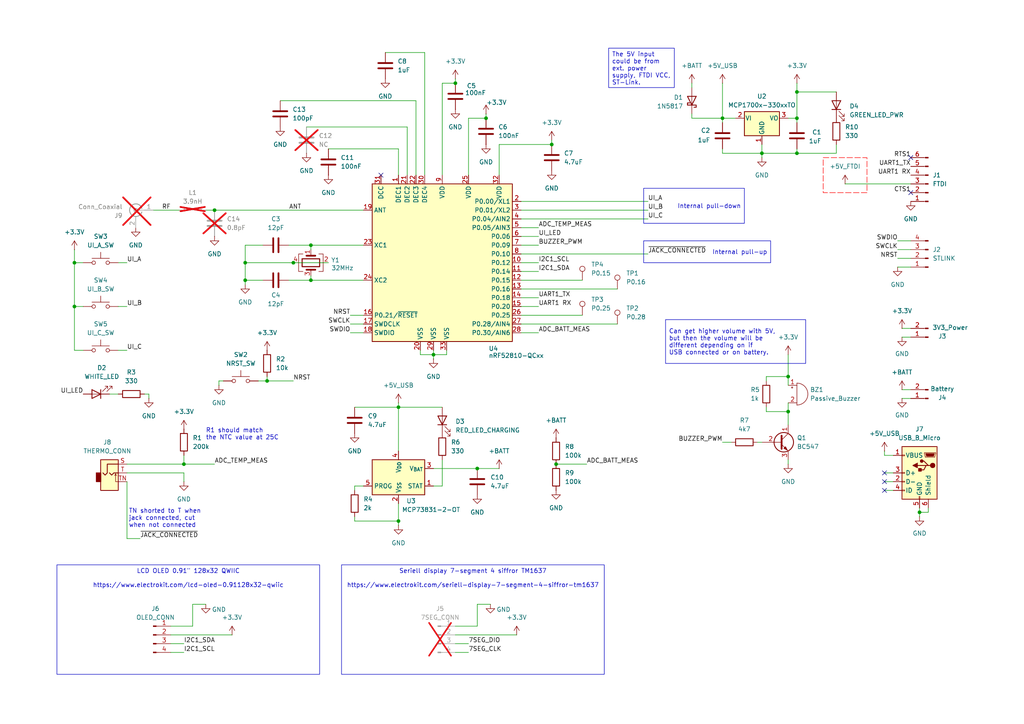
<source format=kicad_sch>
(kicad_sch (version 20231120) (generator "eeschema") (generator_version "8.0")
  (paper "A4")
  (lib_symbols
    (symbol "Battery_Management:MCP73831-2-OT"
      (property "Reference" "U" (at -7.62 6.35 0))
      (property "Value" "MCP73831-2-OT" (at 1.27 6.35 0))
      (symbol "MCP73831-2-OT_1_1"
        (pin tri_state line (at 10.16 -2.54 180) (length 2.54) (name "STAT") (number "1"))
        (pin power_in line (at 0 -7.62 90) (length 2.54) (name "V_{SS}") (number "2"))
        (pin power_out line (at 10.16 2.54 180) (length 2.54) (name "V_{BAT}") (number "3"))
        (pin power_in line (at 0 7.62 270) (length 2.54) (name "V_{DD}") (number "4"))
        (pin input line (at -10.16 -2.54 0) (length 2.54) (name "PROG") (number "5"))
      )
    )
    (symbol "Connector:Conn_01x02_Pin" (pin_names (offset 1.016) hide)
      (property "Reference" "J" (at 0 2.54 0))
      (property "Value" "Conn_01x02_Pin" (at 0 -5.08 0))
      (symbol "Conn_01x02_Pin_1_1"
        (pin passive line (at 5.08 0 180) (length 3.81) (name "Pin_1") (number "1"))
        (pin passive line (at 5.08 -2.54 180) (length 3.81) (name "Pin_2") (number "2"))
      )
    )
    (symbol "Connector:Conn_01x04_Pin" (pin_names (offset 1.016) hide)
      (property "Reference" "J" (at 0 5.08 0))
      (property "Value" "Conn_01x04_Pin" (at 0 -7.62 0))
      (symbol "Conn_01x04_Pin_1_1"
        (pin passive line (at 5.08 2.54 180) (length 3.81) (name "Pin_1") (number "1"))
        (pin passive line (at 5.08 0 180) (length 3.81) (name "Pin_2") (number "2"))
        (pin passive line (at 5.08 -2.54 180) (length 3.81) (name "Pin_3") (number "3"))
        (pin passive line (at 5.08 -5.08 180) (length 3.81) (name "Pin_4") (number "4"))
      )
    )
    (symbol "Connector:Conn_01x06_Pin" (pin_names (offset 1.016) hide)
      (property "Reference" "J" (at 0 7.62 0))
      (property "Value" "Conn_01x06_Pin" (at 0 -10.16 0))
      (symbol "Conn_01x06_Pin_1_1"
        (pin passive line (at 5.08 5.08 180) (length 3.81) (name "Pin_1") (number "1"))
        (pin passive line (at 5.08 2.54 180) (length 3.81) (name "Pin_2") (number "2"))
        (pin passive line (at 5.08 0 180) (length 3.81) (name "Pin_3") (number "3"))
        (pin passive line (at 5.08 -2.54 180) (length 3.81) (name "Pin_4") (number "4"))
        (pin passive line (at 5.08 -5.08 180) (length 3.81) (name "Pin_5") (number "5"))
        (pin passive line (at 5.08 -7.62 180) (length 3.81) (name "Pin_6") (number "6"))
      )
    )
    (symbol "Connector:Conn_Coaxial" (pin_names (offset 1.016) hide)
      (property "Reference" "J" (at 0.254 3.048 0))
      (property "Value" "Conn_Coaxial" (at 2.921 0 90))
      (symbol "Conn_Coaxial_1_1"
        (pin passive line (at -5.08 0 0) (length 2.54) (name "In") (number "1"))
        (pin passive line (at 0 -5.08 90) (length 2.54) (name "Ext") (number "2"))
      )
    )
    (symbol "Connector:TestPoint" (pin_numbers hide) (pin_names (offset 0.762) hide)
      (property "Reference" "TP" (at 0 6.858 0))
      (property "Value" "TestPoint" (at 0 5.08 0))
      (symbol "TestPoint_1_1"
        (pin passive line (at 0 0 90) (length 2.54) (name "1") (number "1"))
      )
    )
    (symbol "Connector:USB_B_Micro" (pin_names (offset 1.016))
      (property "Reference" "J" (at -5.08 11.43 0))
      (property "Value" "USB_B_Micro" (at -5.08 8.89 0))
      (symbol "USB_B_Micro_1_1"
        (pin power_out line (at 7.62 5.08 180) (length 2.54) (name "VBUS") (number "1"))
        (pin bidirectional line (at 7.62 -2.54 180) (length 2.54) (name "D-") (number "2"))
        (pin bidirectional line (at 7.62 0 180) (length 2.54) (name "D+") (number "3"))
        (pin passive line (at 7.62 -5.08 180) (length 2.54) (name "ID") (number "4"))
        (pin power_out line (at 0 -10.16 90) (length 2.54) (name "GND") (number "5"))
        (pin passive line (at -2.54 -10.16 90) (length 2.54) (name "Shield") (number "6"))
      )
    )
    (symbol "Connector_Audio:AudioJack2_SwitchT"
      (property "Reference" "J" (at 0 8.89 0))
      (property "Value" "AudioJack2_SwitchT" (at 0 6.35 0))
      (symbol "AudioJack2_SwitchT_1_1"
        (pin passive line (at 5.08 2.54 180) (length 2.54) (name "~") (number "S"))
        (pin passive line (at 5.08 0 180) (length 2.54) (name "~") (number "T"))
        (pin passive line (at 5.08 -2.54 180) (length 2.54) (name "~") (number "TN"))
      )
    )
    (symbol "Device:Buzzer" (pin_names (offset 0.0254) hide)
      (property "Reference" "BZ" (at 3.81 1.27 0))
      (property "Value" "Buzzer" (at 3.81 -1.27 0))
      (symbol "Buzzer_1_1"
        (pin passive line (at -2.54 2.54 0) (length 2.54) (name "+") (number "1"))
        (pin passive line (at -2.54 -2.54 0) (length 2.54) (name "-") (number "2"))
      )
    )
    (symbol "Device:C" (pin_numbers hide) (pin_names (offset 0.254))
      (property "Reference" "C" (at 0.635 2.54 0))
      (property "Value" "C" (at 0.635 -2.54 0))
      (symbol "C_1_1"
        (pin passive line (at 0 3.81 270) (length 2.794) (name "~") (number "1"))
        (pin passive line (at 0 -3.81 90) (length 2.794) (name "~") (number "2"))
      )
    )
    (symbol "Device:Crystal_GND24" (pin_names (offset 1.016) hide)
      (property "Reference" "Y" (at 3.175 5.08 0))
      (property "Value" "Crystal_GND24" (at 3.175 3.175 0))
      (symbol "Crystal_GND24_1_1"
        (pin passive line (at -3.81 0 0) (length 1.27) (name "1") (number "1"))
        (pin passive line (at 0 5.08 270) (length 1.27) (name "2") (number "2"))
        (pin passive line (at 3.81 0 180) (length 1.27) (name "3") (number "3"))
        (pin passive line (at 0 -5.08 90) (length 1.27) (name "4") (number "4"))
      )
    )
    (symbol "Device:L" (pin_numbers hide) (pin_names (offset 1.016) hide)
      (property "Reference" "L" (at -1.27 0 90))
      (property "Value" "L" (at 1.905 0 90))
      (symbol "L_1_1"
        (pin passive line (at 0 3.81 270) (length 1.27) (name "1") (number "1"))
        (pin passive line (at 0 -3.81 90) (length 1.27) (name "2") (number "2"))
      )
    )
    (symbol "Device:LED" (pin_numbers hide) (pin_names (offset 1.016) hide)
      (property "Reference" "D" (at 0 2.54 0))
      (property "Value" "LED" (at 0 -2.54 0))
      (symbol "LED_1_1"
        (pin passive line (at -3.81 0 0) (length 2.54) (name "K") (number "1"))
        (pin passive line (at 3.81 0 180) (length 2.54) (name "A") (number "2"))
      )
    )
    (symbol "Device:R" (pin_numbers hide) (pin_names (offset 0))
      (property "Reference" "R" (at 2.032 0 90))
      (property "Value" "R" (at 0 0 90))
      (symbol "R_1_1"
        (pin passive line (at 0 3.81 270) (length 1.27) (name "~") (number "1"))
        (pin passive line (at 0 -3.81 90) (length 1.27) (name "~") (number "2"))
      )
    )
    (symbol "Diode:1N5817" (pin_numbers hide) (pin_names (offset 1.016) hide)
      (property "Reference" "D" (at 0 2.54 0))
      (property "Value" "1N5817" (at 0 -2.54 0))
      (symbol "1N5817_1_1"
        (pin passive line (at -3.81 0 0) (length 2.54) (name "K") (number "1"))
        (pin passive line (at 3.81 0 180) (length 2.54) (name "A") (number "2"))
      )
    )
    (symbol "MCU_Nordic:nRF52810-QCxx"
      (property "Reference" "U4" (at 13.462 -24.892 0))
      (property "Value" "nRF52810-QCxx" (at 13.462 -26.924 0))
      (symbol "nRF52810-QCxx_1_1"
        (pin passive line (at -12.7 25.4 270) (length 2.54) (name "DEC1") (number "1"))
        (pin bidirectional line (at 22.86 0 180) (length 2.54) (name "P0.12") (number "10"))
        (pin bidirectional line (at 22.86 -2.54 180) (length 2.54) (name "P0.14") (number "11"))
        (pin bidirectional line (at 22.86 -5.08 180) (length 2.54) (name "P0.15") (number "12"))
        (pin bidirectional line (at 22.86 -7.62 180) (length 2.54) (name "P0.16") (number "13"))
        (pin bidirectional line (at 22.86 -10.16 180) (length 2.54) (name "P0.18") (number "14"))
        (pin bidirectional line (at 22.86 -12.7 180) (length 2.54) (name "P0.20") (number "15"))
        (pin bidirectional line (at -22.86 -15.24 0) (length 2.54) (name "P0.21/~{RESET}") (number "16"))
        (pin input line (at -22.86 -17.78 0) (length 2.54) (name "SWDCLK") (number "17"))
        (pin bidirectional line (at -22.86 -20.32 0) (length 2.54) (name "SWDIO") (number "18"))
        (pin passive line (at -22.86 15.24 0) (length 2.54) (name "ANT") (number "19"))
        (pin bidirectional line (at 22.86 17.78 180) (length 2.54) (name "P0.00/XL1") (number "2"))
        (pin power_in line (at -6.35 -25.4 90) (length 2.54) (name "VSS") (number "20"))
        (pin passive line (at -10.16 25.4 270) (length 2.54) (name "DEC2") (number "21"))
        (pin passive line (at -7.62 25.4 270) (length 2.54) (name "DEC3") (number "22"))
        (pin input line (at -22.86 5.08 0) (length 2.54) (name "XC1") (number "23"))
        (pin input line (at -22.86 -5.08 0) (length 2.54) (name "XC2") (number "24"))
        (pin passive line (at 7.62 25.4 270) (length 2.54) (name "VDD") (number "25"))
        (pin bidirectional line (at 22.86 -15.24 180) (length 2.54) (name "P0.25") (number "26"))
        (pin bidirectional line (at 22.86 -17.78 180) (length 2.54) (name "P0.28/AIN4") (number "27"))
        (pin bidirectional line (at 22.86 -20.32 180) (length 2.54) (name "P0.30/AIN6") (number "28"))
        (pin passive line (at -2.54 -25.4 90) (length 2.54) (name "VSS") (number "29"))
        (pin bidirectional line (at 22.86 15.24 180) (length 2.54) (name "P0.01/XL2") (number "3"))
        (pin passive line (at -5.08 25.4 270) (length 2.54) (name "DEC4") (number "30"))
        (pin power_out line (at -17.78 25.4 270) (length 2.54) (name "DCC") (number "31"))
        (pin passive line (at 16.51 25.4 270) (length 2.54) (name "VDD") (number "32"))
        (pin passive line (at 1.27 -25.4 90) (length 2.54) (name "VSS") (number "33"))
        (pin bidirectional line (at 22.86 12.7 180) (length 2.54) (name "P0.04/AIN2") (number "4"))
        (pin bidirectional line (at 22.86 10.16 180) (length 2.54) (name "P0.05/AIN3") (number "5"))
        (pin bidirectional line (at 22.86 7.62 180) (length 2.54) (name "P0.06") (number "6"))
        (pin bidirectional line (at 22.86 5.08 180) (length 2.54) (name "P0.09") (number "7"))
        (pin bidirectional line (at 22.86 2.54 180) (length 2.54) (name "P0.10") (number "8"))
        (pin power_in line (at 0 25.4 270) (length 2.54) (name "VDD") (number "9"))
      )
    )
    (symbol "Regulator_Linear:MCP1700x-330xxTO" (pin_names (offset 0.254))
      (property "Reference" "U" (at -3.81 -3.175 0))
      (property "Value" "MCP1700x-330xxTO" (at 0 -3.175 0))
      (symbol "MCP1700x-330xxTO_1_1"
        (pin power_in line (at 0 7.62 270) (length 2.54) (name "GND") (number "1"))
        (pin power_in line (at -7.62 0 0) (length 2.54) (name "VI") (number "2"))
        (pin power_out line (at 7.62 0 180) (length 2.54) (name "VO") (number "3"))
      )
    )
    (symbol "Switch:SW_Push" (pin_numbers hide) (pin_names (offset 1.016) hide)
      (property "Reference" "SW" (at 1.27 2.54 0))
      (property "Value" "SW_Push" (at 0 -1.524 0))
      (symbol "SW_Push_0_1"
        (pin passive line (at -5.08 0 0) (length 2.54) (name "1") (number "1"))
        (pin passive line (at 5.08 0 180) (length 2.54) (name "2") (number "2"))
      )
    )
    (symbol "Transistor_BJT:BC547" (pin_names (offset 0) hide)
      (property "Reference" "Q" (at 5.08 1.905 0))
      (property "Value" "BC547" (at 5.08 0 0))
      (symbol "BC547_1_1"
        (pin passive line (at 2.54 5.08 270) (length 2.54) (name "C") (number "1"))
        (pin input line (at -5.08 0 0) (length 5.08) (name "B") (number "2"))
        (pin passive line (at 2.54 -5.08 90) (length 2.54) (name "E") (number "3"))
      )
    )
    (symbol "power:+3.3V" (power) (pin_numbers hide) (pin_names (offset 0) hide)
      (property "Value" "+3.3V" (at 0 3.556 0))
      (symbol "+3.3V_1_1"
        (pin power_in line (at 0 0 90) (length 0) (name "~") (number "1"))
      )
    )
    (symbol "power:+BATT" (power) (pin_numbers hide) (pin_names (offset 0) hide)
      (property "Value" "+BATT" (at 0 3.556 0))
      (symbol "+BATT_1_1"
        (pin power_in line (at 0 0 90) (length 0) (name "~") (number "1"))
      )
    )
    (symbol "power:GND" (power) (pin_numbers hide) (pin_names (offset 0) hide)
      (property "Value" "GND" (at 0 -3.81 0))
      (symbol "GND_1_1"
        (pin power_in line (at 0 0 270) (length 0) (name "~") (number "1"))
      )
    )
  )
  (junction (at 220.98 44.45))
  (junction (at 140.97 34.29))
  (junction (at 160.02 41.91))
  (junction (at 161.29 134.62))
  (junction (at 21.59 76.2))
  (junction (at 90.17 81.28))
  (junction (at 231.14 26.67))
  (junction (at 77.47 110.49))
  (junction (at 228.6 119.38))
  (junction (at 115.57 151.13))
  (junction (at 228.6 109.22))
  (junction (at 71.12 81.28))
  (junction (at 132.08 24.13))
  (junction (at 62.23 60.96))
  (junction (at 231.14 44.45))
  (junction (at 71.12 76.2))
  (junction (at 266.7 148.59))
  (junction (at 53.34 134.62))
  (junction (at 138.43 135.89))
  (junction (at 90.17 71.12))
  (junction (at 21.59 88.9))
  (junction (at 115.57 118.11))
  (junction (at 125.73 102.87))
  (junction (at 231.14 34.29))
  (junction (at 85.09 76.2))
  (junction (at 209.55 34.29))
  (no_connect (at 256.54 142.24))
  (no_connect (at 264.16 55.88))
  (no_connect (at 256.54 137.16))
  (no_connect (at 256.54 139.7))
  (no_connect (at 110.49 50.8))
  (no_connect (at 264.16 45.72))
  (wire (pts (xy 269.24 148.59) (xy 266.7 148.59)))
  (wire (pts (xy 151.13 83.82) (xy 179.07 83.82)))
  (wire (pts (xy 231.14 34.29) (xy 228.6 34.29)))
  (wire (pts (xy 55.88 175.26) (xy 55.88 181.61)))
  (wire (pts (xy 228.6 119.38) (xy 228.6 123.19)))
  (wire (pts (xy 128.27 133.35) (xy 128.27 140.97)))
  (wire (pts (xy 90.17 81.28) (xy 105.41 81.28)))
  (wire (pts (xy 228.6 109.22) (xy 228.6 111.76)))
  (wire (pts (xy 36.83 139.7) (xy 36.83 156.21)))
  (wire (pts (xy 266.7 148.59) (xy 266.7 147.32)))
  (wire (pts (xy 260.35 74.93) (xy 264.16 74.93)))
  (wire (pts (xy 59.69 60.96) (xy 62.23 60.96)))
  (wire (pts (xy 55.88 175.26) (xy 59.69 175.26)))
  (wire (pts (xy 41.91 114.3) (xy 43.18 114.3)))
  (wire (pts (xy 102.87 140.97) (xy 105.41 140.97)))
  (wire (pts (xy 90.17 71.12) (xy 90.17 72.39)))
  (wire (pts (xy 53.34 132.08) (xy 53.34 134.62)))
  (wire (pts (xy 242.57 41.91) (xy 242.57 44.45)))
  (wire (pts (xy 264.16 95.25) (xy 261.62 95.25)))
  (wire (pts (xy 77.47 109.22) (xy 77.47 110.49)))
  (wire (pts (xy 53.34 134.62) (xy 36.83 134.62)))
  (wire (pts (xy 125.73 102.87) (xy 129.54 102.87)))
  (wire (pts (xy 220.98 44.45) (xy 220.98 41.91)))
  (wire (pts (xy 121.92 102.87) (xy 125.73 102.87)))
  (wire (pts (xy 53.34 186.69) (xy 49.53 186.69)))
  (wire (pts (xy 102.87 142.24) (xy 102.87 140.97)))
  (wire (pts (xy 36.83 76.2) (xy 34.29 76.2)))
  (wire (pts (xy 151.13 60.96) (xy 187.96 60.96)))
  (wire (pts (xy 53.34 134.62) (xy 62.23 134.62)))
  (wire (pts (xy 156.21 76.2) (xy 151.13 76.2)))
  (wire (pts (xy 156.21 78.74) (xy 151.13 78.74)))
  (wire (pts (xy 21.59 76.2) (xy 21.59 88.9)))
  (wire (pts (xy 228.6 102.87) (xy 228.6 109.22)))
  (wire (pts (xy 231.14 35.56) (xy 231.14 34.29)))
  (wire (pts (xy 151.13 91.44) (xy 168.91 91.44)))
  (wire (pts (xy 115.57 118.11) (xy 115.57 130.81)))
  (wire (pts (xy 132.08 24.13) (xy 128.27 24.13)))
  (wire (pts (xy 140.97 34.29) (xy 135.89 34.29)))
  (wire (pts (xy 128.27 24.13) (xy 128.27 50.8)))
  (wire (pts (xy 149.86 184.15) (xy 132.08 184.15)))
  (wire (pts (xy 43.18 115.57) (xy 43.18 114.3)))
  (wire (pts (xy 140.97 33.02) (xy 140.97 34.29)))
  (wire (pts (xy 138.43 175.26) (xy 138.43 181.61)))
  (wire (pts (xy 135.89 186.69) (xy 132.08 186.69)))
  (wire (pts (xy 83.82 81.28) (xy 90.17 81.28)))
  (wire (pts (xy 40.64 156.21) (xy 36.83 156.21)))
  (wire (pts (xy 115.57 146.05) (xy 115.57 151.13)))
  (wire (pts (xy 63.5 110.49) (xy 63.5 111.76)))
  (wire (pts (xy 88.9 36.83) (xy 118.11 36.83)))
  (wire (pts (xy 101.6 93.98) (xy 105.41 93.98)))
  (wire (pts (xy 138.43 175.26) (xy 142.24 175.26)))
  (wire (pts (xy 53.34 139.7) (xy 53.34 137.16)))
  (wire (pts (xy 55.88 181.61) (xy 49.53 181.61)))
  (wire (pts (xy 71.12 71.12) (xy 71.12 76.2)))
  (wire (pts (xy 120.65 50.8) (xy 120.65 29.21)))
  (wire (pts (xy 21.59 72.39) (xy 21.59 76.2)))
  (wire (pts (xy 222.25 109.22) (xy 228.6 109.22)))
  (wire (pts (xy 170.18 134.62) (xy 161.29 134.62)))
  (wire (pts (xy 231.14 34.29) (xy 231.14 26.67)))
  (wire (pts (xy 129.54 102.87) (xy 129.54 101.6)))
  (wire (pts (xy 261.62 97.79) (xy 264.16 97.79)))
  (wire (pts (xy 231.14 44.45) (xy 220.98 44.45)))
  (wire (pts (xy 71.12 81.28) (xy 76.2 81.28)))
  (wire (pts (xy 90.17 81.28) (xy 90.17 80.01)))
  (wire (pts (xy 135.89 189.23) (xy 132.08 189.23)))
  (wire (pts (xy 53.34 189.23) (xy 49.53 189.23)))
  (wire (pts (xy 219.71 128.27) (xy 220.98 128.27)))
  (wire (pts (xy 260.35 69.85) (xy 264.16 69.85)))
  (wire (pts (xy 144.78 41.91) (xy 144.78 50.8)))
  (wire (pts (xy 135.89 34.29) (xy 135.89 50.8)))
  (wire (pts (xy 138.43 181.61) (xy 132.08 181.61)))
  (wire (pts (xy 21.59 88.9) (xy 24.13 88.9)))
  (wire (pts (xy 34.29 114.3) (xy 31.75 114.3)))
  (wire (pts (xy 209.55 44.45) (xy 209.55 43.18)))
  (wire (pts (xy 115.57 118.11) (xy 128.27 118.11)))
  (wire (pts (xy 21.59 101.6) (xy 24.13 101.6)))
  (wire (pts (xy 53.34 137.16) (xy 36.83 137.16)))
  (wire (pts (xy 34.29 101.6) (xy 36.83 101.6)))
  (wire (pts (xy 101.6 91.44) (xy 105.41 91.44)))
  (wire (pts (xy 123.19 15.24) (xy 111.76 15.24)))
  (wire (pts (xy 222.25 109.22) (xy 222.25 110.49)))
  (wire (pts (xy 228.6 119.38) (xy 228.6 116.84)))
  (wire (pts (xy 81.28 29.21) (xy 120.65 29.21)))
  (wire (pts (xy 260.35 77.47) (xy 264.16 77.47)))
  (wire (pts (xy 34.29 88.9) (xy 36.83 88.9)))
  (wire (pts (xy 228.6 134.62) (xy 228.6 133.35)))
  (wire (pts (xy 151.13 63.5) (xy 187.96 63.5)))
  (wire (pts (xy 168.91 81.28) (xy 151.13 81.28)))
  (wire (pts (xy 156.21 88.9) (xy 151.13 88.9)))
  (wire (pts (xy 256.54 139.7) (xy 259.08 139.7)))
  (wire (pts (xy 156.21 71.12) (xy 151.13 71.12)))
  (wire (pts (xy 138.43 135.89) (xy 144.78 135.89)))
  (wire (pts (xy 209.55 34.29) (xy 200.66 34.29)))
  (wire (pts (xy 85.09 76.2) (xy 95.25 76.2)))
  (wire (pts (xy 71.12 82.55) (xy 71.12 81.28)))
  (wire (pts (xy 90.17 71.12) (xy 105.41 71.12)))
  (wire (pts (xy 156.21 96.52) (xy 151.13 96.52)))
  (wire (pts (xy 67.31 184.15) (xy 49.53 184.15)))
  (wire (pts (xy 101.6 96.52) (xy 105.41 96.52)))
  (wire (pts (xy 156.21 68.58) (xy 151.13 68.58)))
  (wire (pts (xy 115.57 43.18) (xy 95.25 43.18)))
  (wire (pts (xy 245.11 53.34) (xy 264.16 53.34)))
  (wire (pts (xy 74.93 110.49) (xy 77.47 110.49)))
  (wire (pts (xy 121.92 102.87) (xy 121.92 101.6)))
  (wire (pts (xy 256.54 130.81) (xy 256.54 132.08)))
  (wire (pts (xy 209.55 24.13) (xy 209.55 34.29)))
  (wire (pts (xy 125.73 135.89) (xy 138.43 135.89)))
  (wire (pts (xy 261.62 115.57) (xy 264.16 115.57)))
  (wire (pts (xy 256.54 137.16) (xy 259.08 137.16)))
  (wire (pts (xy 63.5 110.49) (xy 64.77 110.49)))
  (wire (pts (xy 213.36 34.29) (xy 209.55 34.29)))
  (wire (pts (xy 102.87 151.13) (xy 102.87 149.86)))
  (wire (pts (xy 256.54 132.08) (xy 259.08 132.08)))
  (wire (pts (xy 115.57 151.13) (xy 115.57 152.4)))
  (wire (pts (xy 222.25 119.38) (xy 228.6 119.38)))
  (wire (pts (xy 102.87 151.13) (xy 115.57 151.13)))
  (wire (pts (xy 132.08 22.86) (xy 132.08 24.13)))
  (wire (pts (xy 44.45 60.96) (xy 52.07 60.96)))
  (wire (pts (xy 125.73 104.14) (xy 125.73 102.87)))
  (wire (pts (xy 209.55 128.27) (xy 212.09 128.27)))
  (wire (pts (xy 21.59 88.9) (xy 21.59 101.6)))
  (wire (pts (xy 260.35 72.39) (xy 264.16 72.39)))
  (wire (pts (xy 125.73 102.87) (xy 125.73 101.6)))
  (wire (pts (xy 123.19 15.24) (xy 123.19 50.8)))
  (wire (pts (xy 160.02 41.91) (xy 160.02 40.64)))
  (wire (pts (xy 102.87 118.11) (xy 115.57 118.11)))
  (wire (pts (xy 71.12 76.2) (xy 85.09 76.2)))
  (wire (pts (xy 115.57 116.84) (xy 115.57 118.11)))
  (wire (pts (xy 242.57 44.45) (xy 231.14 44.45)))
  (wire (pts (xy 156.21 86.36) (xy 151.13 86.36)))
  (wire (pts (xy 83.82 71.12) (xy 90.17 71.12)))
  (wire (pts (xy 209.55 35.56) (xy 209.55 34.29)))
  (wire (pts (xy 71.12 71.12) (xy 76.2 71.12)))
  (wire (pts (xy 151.13 58.42) (xy 187.96 58.42)))
  (wire (pts (xy 222.25 119.38) (xy 222.25 118.11)))
  (wire (pts (xy 115.57 50.8) (xy 115.57 43.18)))
  (wire (pts (xy 256.54 142.24) (xy 259.08 142.24)))
  (wire (pts (xy 62.23 60.96) (xy 105.41 60.96)))
  (wire (pts (xy 151.13 93.98) (xy 179.07 93.98)))
  (wire (pts (xy 21.59 76.2) (xy 24.13 76.2)))
  (wire (pts (xy 220.98 44.45) (xy 209.55 44.45)))
  (wire (pts (xy 151.13 73.66) (xy 187.96 73.66)))
  (wire (pts (xy 266.7 149.86) (xy 266.7 148.59)))
  (wire (pts (xy 231.14 26.67) (xy 242.57 26.67)))
  (wire (pts (xy 220.98 45.72) (xy 220.98 44.45)))
  (wire (pts (xy 264.16 113.03) (xy 261.62 113.03)))
  (wire (pts (xy 71.12 76.2) (xy 71.12 81.28)))
  (wire (pts (xy 200.66 24.13) (xy 200.66 25.4)))
  (wire (pts (xy 269.24 147.32) (xy 269.24 148.59)))
  (wire (pts (xy 118.11 36.83) (xy 118.11 50.8)))
  (wire (pts (xy 128.27 140.97) (xy 125.73 140.97)))
  (wire (pts (xy 231.14 44.45) (xy 231.14 43.18)))
  (wire (pts (xy 200.66 34.29) (xy 200.66 33.02)))
  (wire (pts (xy 231.14 26.67) (xy 231.14 24.13)))
  (wire (pts (xy 144.78 41.91) (xy 160.02 41.91)))
  (wire (pts (xy 77.47 110.49) (xy 85.09 110.49)))
  (wire (pts (xy 156.21 66.04) (xy 151.13 66.04)))
  (rectangle (start 238.76 45.72) (end 251.46 55.88) (stroke (width 0) (type dash) (color 255 0 0 1)))
  (text_box "Can get higher volume with 5V,\nbut then the volume will be\ndifferent depending on if \nUSB connected or on battery." (at 193.04 92.71 0) (size 40.64 12.7) (effects (font (size 1.27 1.27)) (justify left)))
  (text_box "LCD OLED 0.91\" 128x32 QWIIC\n\nhttps://www.electrokit.com/lcd-oled-0.91128x32-qwiic" (at 16.51 163.83 0) (size 76.2 31.75) (effects (font (size 1.27 1.27)) (justify top)))
  (text_box "Internal pull-down" (at 186.69 54.61 0) (size 29.21 10.16) (effects (font (size 1.27 1.27)) (justify right)))
  (text_box "Internal pull-up" (at 186.69 69.85 0) (size 36.83 6.35) (effects (font (size 1.27 1.27)) (justify right)))
  (text_box "The 5V input could be from ext. power supply, FTDI VCC, ST-Link." (at 176.53 13.97 0) (size 19.05 11.43) (effects (font (size 1.27 1.27)) (justify left top)))
  (text_box "Seriell display 7-segment 4 siffror TM1637\n\nhttps://www.electrokit.com/seriell-display-7-segment-4-siffror-tm1637" (at 99.06 163.83 0) (size 76.2 31.75) (effects (font (size 1.27 1.27)) (justify top)))
  (text "TN shorted to T when\njack connected, cut\nwhen not connected" (at 37.338 150.368 0) (effects (font (size 1.27 1.27)) (justify left)))
  (text "R1 should match\nthe NTC value at 25C" (at 59.69 125.984 0) (effects (font (size 1.27 1.27)) (justify left)))
  (label "UI_LED" (at 156.21 68.58 0))
  (label "RTS1" (at 264.16 45.72 180))
  (label "UI_LED" (at 24.13 114.3 180))
  (label "UART1 RX" (at 156.21 88.9 0))
  (label "NRST" (at 85.09 110.49 0))
  (label "RF" (at 49.53 60.96 180))
  (label "I2C1_SCL" (at 156.21 76.2 0))
  (label "I2C1_SDA" (at 53.34 186.69 0))
  (label "UART1_TX" (at 156.21 86.36 0))
  (label "NRST" (at 101.6 91.44 180))
  (label "UI_B" (at 187.96 60.96 0))
  (label "ADC_TEMP_MEAS" (at 156.21 66.04 0))
  (label "I2C1_SCL" (at 53.34 189.23 0))
  (label "UI_A" (at 187.96 58.42 0))
  (label "SWCLK" (at 260.35 72.39 180))
  (label "ANT" (at 83.82 60.96 0))
  (label "UART1 RX" (at 264.16 50.8 180))
  (label "BUZZER_PWM" (at 209.55 128.27 180))
  (label "BUZZER_PWM" (at 156.21 71.12 0))
  (label "UART1_TX" (at 264.16 48.26 180))
  (label "ADC_TEMP_MEAS" (at 62.23 134.62 0))
  (label "7SEG_CLK" (at 135.89 189.23 0))
  (label "NRST" (at 260.35 74.93 180))
  (label "I2C1_SDA" (at 156.21 78.74 0))
  (label "~{JACK_CONNECTED}" (at 187.96 73.66 0))
  (label "SWCLK" (at 101.6 93.98 180))
  (label "CTS1" (at 264.16 55.88 180))
  (label "UI_C" (at 36.83 101.6 0))
  (label "ADC_BATT_MEAS" (at 170.18 134.62 0))
  (label "SWDIO" (at 260.35 69.85 180))
  (label "ADC_BATT_MEAS" (at 156.21 96.52 0))
  (label "UI_A" (at 36.83 76.2 0))
  (label "7SEG_DIO" (at 135.89 186.69 0))
  (label "UI_B" (at 36.83 88.9 0))
  (label "~{JACK_CONNECTED}" (at 40.64 156.21 0))
  (label "UI_C" (at 187.96 63.5 0))
  (label "SWDIO" (at 101.6 96.52 180))
  (symbol (lib_id "power:+BATT") (at 161.29 127 0) (unit 1)
    (property "Reference" "#PWR020" (effects (hide yes)))
    (property "Value" "+BATT" (at 161.29 121.92 0))
    (property "Description" "Power symbol creates a global label with name \"+BATT\"" (effects (hide yes)))
  )
  (symbol (lib_id "power:+3.3V") (at 53.34 124.46 0) (unit 1)
    (property "Reference" "#PWR034" (effects (hide yes)))
    (property "Value" "+3.3V" (at 53.34 119.38 0))
    (property "Description" "Power symbol creates a global label with name \"+3.3V\"" (effects (hide yes)))
  )
  (symbol (lib_id "Device:C") (at 102.87 121.92 0) (unit 1)
    (property "Reference" "C9" (at 106.68 120.6499 0) (effects (justify left)))
    (property "Value" "4.7uF" (at 106.68 123.1899 0) (effects (justify left)))
    (property "Footprint" "Capacitor_SMD:C_1206_3216Metric_Pad1.33x1.80mm_HandSolder" (effects (hide yes)))
    (property "Description" "Unpolarized capacitor" (effects (hide yes)))
  )
  (symbol (lib_id "power:GND") (at 261.62 97.79 0) (unit 1)
    (property "Reference" "#PWR028" (effects (hide yes)))
    (property "Value" "GND" (at 259.588 102.616 0) (effects (justify left)))
    (property "Description" "Power symbol creates a global label with name \"GND\" , ground" (effects (hide yes)))
  )
  (symbol (lib_id "power:+BATT") (at 200.66 24.13 0) (mirror y) (unit 1)
    (property "Reference" "#PWR02" (effects (hide yes)))
    (property "Value" "+BATT" (at 200.66 19.05 0))
    (property "Description" "Power symbol creates a global label with name \"+BATT\"" (effects (hide yes)))
  )
  (symbol (lib_id "power:+3.3V") (at 132.08 22.86 0) (mirror y) (unit 1)
    (property "Reference" "#PWR011" (effects (hide yes)))
    (property "Value" "+3.3V" (at 132.08 17.78 0))
    (property "Description" "Power symbol creates a global label with name \"+3.3V\"" (effects (hide yes)))
  )
  (symbol (lib_id "power:+BATT") (at 144.78 135.89 0) (unit 1)
    (property "Reference" "#PWR023" (effects (hide yes)))
    (property "Value" "+BATT" (at 144.78 130.81 0))
    (property "Description" "Power symbol creates a global label with name \"+BATT\"" (effects (hide yes)))
  )
  (symbol (lib_id "Connector:Conn_01x04_Pin") (at 127 184.15 0) (unit 1) (exclude_from_sim yes) (in_bom no) (on_board no) (dnp yes)
    (property "Reference" "J5" (at 127.635 176.53 0))
    (property "Value" "7SEG_CONN" (at 127.635 179.07 0))
    (property "Footprint" "Connector_PinSocket_2.54mm:PinSocket_1x04_P2.54mm_Vertical" (effects (hide yes)))
    (property "Description" "Generic connector, single row, 01x04, script generated" (effects (hide yes)))
  )
  (symbol (lib_id "Device:C") (at 88.9 40.64 180) (unit 1) (dnp yes)
    (property "Reference" "C12" (at 92.456 39.37 0) (effects (justify right)))
    (property "Value" "NC" (at 92.456 41.91 0) (effects (justify right)))
    (property "Footprint" "Capacitor_SMD:C_1206_3216Metric_Pad1.33x1.80mm_HandSolder" (effects (hide yes)))
    (property "Description" "Unpolarized capacitor" (effects (hide yes)))
  )
  (symbol (lib_id "power:GND") (at 111.76 22.86 0) (mirror y) (unit 1)
    (property "Reference" "#PWR041" (effects (hide yes)))
    (property "Value" "GND" (at 111.76 27.94 0))
    (property "Description" "Power symbol creates a global label with name \"GND\" , ground" (effects (hide yes)))
  )
  (symbol (lib_id "power:GND") (at 102.87 125.73 0) (unit 1)
    (property "Reference" "#PWR015" (effects (hide yes)))
    (property "Value" "GND" (at 102.87 130.81 0))
    (property "Description" "Power symbol creates a global label with name \"GND\" , ground" (effects (hide yes)))
  )
  (symbol (lib_id "Device:R") (at 128.27 129.54 0) (unit 1)
    (property "Reference" "R6" (at 130.81 128.2699 0) (effects (justify left)))
    (property "Value" "330" (at 130.81 130.8099 0) (effects (justify left)))
    (property "Footprint" "Resistor_SMD:R_1206_3216Metric_Pad1.30x1.75mm_HandSolder" (effects (hide yes)))
    (property "Description" "Resistor" (effects (hide yes)))
  )
  (symbol (lib_id "Battery_Management:MCP73831-2-OT") (at 115.57 138.43 0) (unit 1)
    (property "Reference" "U3" (at 117.856 145.288 0) (effects (justify left)))
    (property "Value" "MCP73831-2-OT" (at 116.586 147.828 0) (effects (justify left)))
    (property "Footprint" "Package_TO_SOT_SMD:SOT-23-5_HandSoldering" (effects (hide yes)))
    (property "Datasheet" "http://ww1.microchip.com/downloads/en/DeviceDoc/20001984g.pdf" (effects (hide yes)))
    (property "Description" "Single cell, Li-Ion/Li-Po charge management controller, 4.20V, Tri-State Status Output, in SOT23-5 package" (effects (hide yes)))
  )
  (symbol (lib_id "Transistor_BJT:BC547") (at 226.06 128.27 0) (unit 1)
    (property "Reference" "Q1" (at 231.14 126.9999 0) (effects (justify left)))
    (property "Value" "BC547" (at 231.14 129.5399 0) (effects (justify left)))
    (property "Footprint" "Package_TO_SOT_THT:TO-92L_Inline" (effects (hide yes)))
    (property "Datasheet" "https://www.onsemi.com/pub/Collateral/BC550-D.pdf" (effects (hide yes)))
    (property "Description" "0.1A Ic, 45V Vce, Small Signal NPN Transistor, TO-92" (effects (hide yes)))
  )
  (symbol (lib_id "power:+3.3V") (at 256.54 130.81 0) (unit 1)
    (property "Reference" "#PWR031" (effects (hide yes)))
    (property "Value" "+5V_USB" (at 256.54 125.73 0))
    (property "Description" "Power symbol creates a global label with name \"+3.3V\"" (effects (hide yes)))
  )
  (symbol (lib_id "power:+3.3V") (at 209.55 24.13 0) (unit 1)
    (property "Reference" "#PWR035" (effects (hide yes)))
    (property "Value" "+5V_USB" (at 209.55 19.05 0))
    (property "Description" "Power symbol creates a global label with name \"+3.3V\"" (effects (hide yes)))
  )
  (symbol (lib_id "Device:R") (at 215.9 128.27 90) (unit 1)
    (property "Reference" "R7" (at 215.9 121.92 90))
    (property "Value" "4k7" (at 215.9 124.46 90))
    (property "Footprint" "Resistor_SMD:R_1206_3216Metric_Pad1.30x1.75mm_HandSolder" (effects (hide yes)))
    (property "Description" "Resistor" (effects (hide yes)))
  )
  (symbol (lib_id "Device:C") (at 140.97 38.1 180) (unit 1)
    (property "Reference" "C6" (at 144.526 36.83 0) (effects (justify right)))
    (property "Value" "100nF" (at 144.526 39.37 0) (effects (justify right)))
    (property "Footprint" "Capacitor_SMD:C_1206_3216Metric_Pad1.33x1.80mm_HandSolder" (effects (hide yes)))
    (property "Description" "Unpolarized capacitor" (effects (hide yes)))
  )
  (symbol (lib_id "power:GND") (at 115.57 152.4 0) (unit 1)
    (property "Reference" "#PWR017" (effects (hide yes)))
    (property "Value" "GND" (at 115.57 157.48 0))
    (property "Description" "Power symbol creates a global label with name \"GND\" , ground" (effects (hide yes)))
  )
  (symbol (lib_id "Connector:TestPoint") (at 179.07 83.82 0) (unit 1)
    (property "Reference" "TP1" (at 181.61 79.2479 0) (effects (justify left)))
    (property "Value" "P0.16" (at 181.61 81.7879 0) (effects (justify left)))
    (property "Footprint" "TestPoint:TestPoint_Pad_D2.0mm" (effects (hide yes)))
    (property "Description" "test point" (effects (hide yes)))
  )
  (symbol (lib_id "power:GND") (at 264.16 58.42 0) (unit 1)
    (property "Reference" "#PWR032" (effects (hide yes)))
    (property "Value" "GND" (at 264.16 63.5 0))
    (property "Description" "Power symbol creates a global label with name \"GND\" , ground" (effects (hide yes)))
  )
  (symbol (lib_id "Switch:SW_Push") (at 29.21 101.6 0) (unit 1)
    (property "Reference" "SW5" (at 29.21 93.98 0))
    (property "Value" "UI_C_SW" (at 29.21 96.52 0))
    (property "Footprint" "Button_Switch_THT:SW_PUSH_6mm" (effects (hide yes)))
    (property "Description" "Push button switch, generic, two pins" (effects (hide yes)))
  )
  (symbol (lib_id "power:GND") (at 228.6 134.62 0) (unit 1)
    (property "Reference" "#PWR018" (effects (hide yes)))
    (property "Value" "GND" (at 228.6 139.7 0))
    (property "Description" "Power symbol creates a global label with name \"GND\" , ground" (effects (hide yes)))
  )
  (symbol (lib_id "Device:C") (at 95.25 46.99 180) (unit 1)
    (property "Reference" "C11" (at 98.806 45.72 0) (effects (justify right)))
    (property "Value" "100nF" (at 98.806 48.26 0) (effects (justify right)))
    (property "Footprint" "Capacitor_SMD:C_1206_3216Metric_Pad1.33x1.80mm_HandSolder" (effects (hide yes)))
    (property "Description" "Unpolarized capacitor" (effects (hide yes)))
  )
  (symbol (lib_id "Device:C") (at 160.02 45.72 180) (unit 1)
    (property "Reference" "C7" (at 163.576 44.45 0) (effects (justify right)))
    (property "Value" "4.7uF" (at 163.576 46.99 0) (effects (justify right)))
    (property "Footprint" "Capacitor_SMD:C_1206_3216Metric_Pad1.33x1.80mm_HandSolder" (effects (hide yes)))
    (property "Description" "Unpolarized capacitor" (effects (hide yes)))
  )
  (symbol (lib_id "Connector:TestPoint") (at 179.07 93.98 0) (unit 1)
    (property "Reference" "TP2" (at 181.61 89.4079 0) (effects (justify left)))
    (property "Value" "P0.28" (at 181.61 91.9479 0) (effects (justify left)))
    (property "Footprint" "TestPoint:TestPoint_Pad_D2.0mm" (effects (hide yes)))
    (property "Description" "test point" (effects (hide yes)))
  )
  (symbol (lib_id "power:GND") (at 138.43 143.51 0) (unit 1)
    (property "Reference" "#PWR019" (effects (hide yes)))
    (property "Value" "GND" (at 138.43 148.59 0))
    (property "Description" "Power symbol creates a global label with name \"GND\" , ground" (effects (hide yes)))
  )
  (symbol (lib_id "power:+3.3V") (at 228.6 102.87 0) (unit 1)
    (property "Reference" "#PWR05" (effects (hide yes)))
    (property "Value" "+3.3V" (at 228.6 97.79 0))
    (property "Description" "Power symbol creates a global label with name \"+3.3V\"" (effects (hide yes)))
  )
  (symbol (lib_id "Connector:Conn_01x04_Pin") (at 44.45 184.15 0) (unit 1)
    (property "Reference" "J6" (at 45.085 176.53 0))
    (property "Value" "OLED_CONN" (at 45.085 179.07 0))
    (property "Footprint" "Connector_PinHeader_2.54mm:PinHeader_1x04_P2.54mm_Vertical" (effects (hide yes)))
    (property "Description" "Generic connector, single row, 01x04, script generated" (effects (hide yes)))
  )
  (symbol (lib_id "Device:C") (at 80.01 71.12 90) (unit 1)
    (property "Reference" "C3" (at 80.01 63.5 90))
    (property "Value" "12pF" (at 80.01 66.04 90))
    (property "Footprint" "Capacitor_SMD:C_1206_3216Metric_Pad1.33x1.80mm_HandSolder" (effects (hide yes)))
    (property "Description" "Unpolarized capacitor" (effects (hide yes)))
  )
  (symbol (lib_id "Connector:Conn_01x04_Pin") (at 269.24 74.93 180) (unit 1)
    (property "Reference" "J2" (at 270.51 72.3899 0) (effects (justify right)))
    (property "Value" "STLINK" (at 270.51 74.9299 0) (effects (justify right)))
    (property "Footprint" "Connector_PinHeader_2.54mm:PinHeader_1x04_P2.54mm_Vertical" (effects (hide yes)))
    (property "Description" "Generic connector, single row, 01x04, script generated" (effects (hide yes)))
  )
  (symbol (lib_id "power:+3.3V") (at 261.62 95.25 0) (unit 1)
    (property "Reference" "#PWR027" (effects (hide yes)))
    (property "Value" "+3.3V" (at 261.62 90.17 0))
    (property "Description" "Power symbol creates a global label with name \"+3.3V\"" (effects (hide yes)))
  )
  (symbol (lib_id "Connector_Audio:AudioJack2_SwitchT") (at 31.75 137.16 0) (unit 1)
    (property "Reference" "J8" (at 31.115 128.27 0))
    (property "Value" "THERMO_CONN" (at 31.115 130.81 0))
    (property "Footprint" "MyOwnFootprintLibrary:AudioJack_Mono_2.5mm_with_Tip-Detect" (effects (hide yes)))
    (property "Description" "Audio Jack, 2 Poles (Mono / TS), Switched T Pole (Normalling)" (effects (hide yes)))
  )
  (symbol (lib_id "power:+3.3V") (at 160.02 40.64 0) (mirror y) (unit 1)
    (property "Reference" "#PWR037" (effects (hide yes)))
    (property "Value" "+3.3V" (at 160.02 35.56 0))
    (property "Description" "Power symbol creates a global label with name \"+3.3V\"" (effects (hide yes)))
  )
  (symbol (lib_id "power:GND") (at 266.7 149.86 0) (unit 1)
    (property "Reference" "#PWR024" (effects (hide yes)))
    (property "Value" "GND" (at 264.668 154.686 0) (effects (justify left)))
    (property "Description" "Power symbol creates a global label with name \"GND\" , ground" (effects (hide yes)))
  )
  (symbol (lib_id "power:GND") (at 132.08 31.75 0) (mirror y) (unit 1)
    (property "Reference" "#PWR013" (effects (hide yes)))
    (property "Value" "GND" (at 132.08 36.83 0))
    (property "Description" "Power symbol creates a global label with name \"GND\" , ground" (effects (hide yes)))
  )
  (symbol (lib_id "power:GND") (at 59.69 175.26 0) (unit 1)
    (property "Reference" "#PWR010" (effects (hide yes)))
    (property "Value" "GND" (at 63.5 176.784 0))
    (property "Description" "Power symbol creates a global label with name \"GND\" , ground" (effects (hide yes)))
  )
  (symbol (lib_id "power:+3.3V") (at 149.86 184.15 0) (unit 1)
    (property "Reference" "#PWR08" (effects (hide yes)))
    (property "Value" "+3.3V" (at 149.86 179.07 0))
    (property "Description" "Power symbol creates a global label with name \"+3.3V\"" (effects (hide yes)))
  )
  (symbol (lib_id "Device:C") (at 138.43 139.7 0) (unit 1)
    (property "Reference" "C10" (at 142.24 138.4299 0) (effects (justify left)))
    (property "Value" "4.7uF" (at 142.24 140.9699 0) (effects (justify left)))
    (property "Footprint" "Capacitor_SMD:C_1206_3216Metric_Pad1.33x1.80mm_HandSolder" (effects (hide yes)))
    (property "Description" "Unpolarized capacitor" (effects (hide yes)))
  )
  (symbol (lib_id "power:GND") (at 220.98 45.72 0) (mirror y) (unit 1)
    (property "Reference" "#PWR038" (effects (hide yes)))
    (property "Value" "GND" (at 220.98 50.8 0))
    (property "Description" "Power symbol creates a global label with name \"GND\" , ground" (effects (hide yes)))
  )
  (symbol (lib_id "power:GND") (at 71.12 82.55 0) (unit 1)
    (property "Reference" "#PWR07" (effects (hide yes)))
    (property "Value" "GND" (at 71.12 87.63 0))
    (property "Description" "Power symbol creates a global label with name \"GND\" , ground" (effects (hide yes)))
  )
  (symbol (lib_id "Device:LED") (at 242.57 30.48 90) (unit 1)
    (property "Reference" "D4" (at 246.38 30.7974 90) (effects (justify right)))
    (property "Value" "GREEN_LED_PWR" (at 246.38 33.3374 90) (effects (justify right)))
    (property "Footprint" "LED_THT:LED_Rectangular_W5.0mm_H2.0mm" (effects (hide yes)))
    (property "Description" "Light emitting diode" (effects (hide yes)))
  )
  (symbol (lib_id "Device:C") (at 80.01 81.28 270) (unit 1)
    (property "Reference" "C4" (at 80.01 85.598 90))
    (property "Value" "12pF" (at 80.01 88.138 90))
    (property "Footprint" "Capacitor_SMD:C_1206_3216Metric_Pad1.33x1.80mm_HandSolder" (effects (hide yes)))
    (property "Description" "Unpolarized capacitor" (effects (hide yes)))
  )
  (symbol (lib_id "power:+3.3V") (at 21.59 72.39 0) (unit 1)
    (property "Reference" "#PWR04" (effects (hide yes)))
    (property "Value" "+3.3V" (at 21.59 67.31 0))
    (property "Description" "Power symbol creates a global label with name \"+3.3V\"" (effects (hide yes)))
  )
  (symbol (lib_id "Device:C") (at 231.14 39.37 0) (mirror y) (unit 1)
    (property "Reference" "C1" (at 238.252 38.354 0) (effects (justify left)))
    (property "Value" "1uF" (at 238.252 40.894 0) (effects (justify left)))
    (property "Footprint" "Capacitor_SMD:C_1206_3216Metric_Pad1.33x1.80mm_HandSolder" (effects (hide yes)))
    (property "Description" "Unpolarized capacitor" (effects (hide yes)))
  )
  (symbol (lib_id "Device:R") (at 38.1 114.3 90) (unit 1)
    (property "Reference" "R3" (at 38.1 107.95 90))
    (property "Value" "330" (at 38.1 110.49 90))
    (property "Footprint" "Resistor_SMD:R_1206_3216Metric_Pad1.30x1.75mm_HandSolder" (effects (hide yes)))
    (property "Description" "Resistor" (effects (hide yes)))
  )
  (symbol (lib_id "power:+3.3V") (at 115.57 116.84 0) (unit 1)
    (property "Reference" "#PWR016" (effects (hide yes)))
    (property "Value" "+5V_USB" (at 115.57 111.76 0))
    (property "Description" "Power symbol creates a global label with name \"+3.3V\"" (effects (hide yes)))
  )
  (symbol (lib_id "power:GND") (at 39.37 66.04 0) (unit 1)
    (property "Reference" "#PWR046" (effects (hide yes)))
    (property "Value" "GND" (at 39.37 71.12 0))
    (property "Description" "Power symbol creates a global label with name \"GND\" , ground" (effects (hide yes)))
  )
  (symbol (lib_id "Device:R") (at 161.29 130.81 0) (unit 1)
    (property "Reference" "R8" (at 163.83 129.5399 0) (effects (justify left)))
    (property "Value" "100k" (at 163.83 132.0799 0) (effects (justify left)))
    (property "Footprint" "Resistor_SMD:R_1206_3216Metric_Pad1.30x1.75mm_HandSolder" (effects (hide yes)))
    (property "Description" "Resistor" (effects (hide yes)))
  )
  (symbol (lib_id "Device:R") (at 77.47 105.41 0) (unit 1)
    (property "Reference" "R2" (at 80.01 104.1399 0) (effects (justify left)))
    (property "Value" "10k" (at 80.01 106.6799 0) (effects (justify left)))
    (property "Footprint" "Resistor_SMD:R_1206_3216Metric_Pad1.30x1.75mm_HandSolder" (effects (hide yes)))
    (property "Description" "Resistor" (effects (hide yes)))
  )
  (symbol (lib_id "power:GND") (at 261.62 115.57 0) (unit 1)
    (property "Reference" "#PWR030" (effects (hide yes)))
    (property "Value" "GND" (at 259.588 120.396 0) (effects (justify left)))
    (property "Description" "Power symbol creates a global label with name \"GND\" , ground" (effects (hide yes)))
  )
  (symbol (lib_id "power:+3.3V") (at 77.47 101.6 0) (mirror y) (unit 1)
    (property "Reference" "#PWR06" (effects (hide yes)))
    (property "Value" "+3.3V" (at 77.47 96.52 0))
    (property "Description" "Power symbol creates a global label with name \"+3.3V\"" (effects (hide yes)))
  )
  (symbol (lib_id "Device:C") (at 209.55 39.37 0) (mirror y) (unit 1)
    (property "Reference" "C2" (at 205.994 37.846 0) (effects (justify left)))
    (property "Value" "1uF" (at 205.994 40.64 0) (effects (justify left)))
    (property "Footprint" "Capacitor_SMD:C_1206_3216Metric_Pad1.33x1.80mm_HandSolder" (effects (hide yes)))
    (property "Description" "Unpolarized capacitor" (effects (hide yes)))
  )
  (symbol (lib_id "Device:Crystal_GND24") (at 90.17 76.2 270) (unit 1)
    (property "Reference" "Y1" (at 97.282 75.438 90))
    (property "Value" "32MHz" (at 99.314 77.724 90))
    (property "Footprint" "Crystal:Crystal_SMD_3225-4Pin_3.2x2.5mm_HandSoldering" (effects (hide yes)))
    (property "Description" "Four pin crystal, GND on pins 2 and 4" (effects (hide yes)))
  )
  (symbol (lib_id "Device:Buzzer") (at 231.14 114.3 0) (unit 1)
    (property "Reference" "BZ1" (at 234.95 113.0299 0) (effects (justify left)))
    (property "Value" "Passive_Buzzer" (at 234.95 115.5699 0) (effects (justify left)))
    (property "Footprint" "Buzzer_Beeper:Buzzer_12x9.5RM7.6" (effects (hide yes)))
    (property "Description" "Buzzer, polarized" (effects (hide yes)))
  )
  (symbol (lib_id "Device:R") (at 222.25 114.3 0) (unit 1)
    (property "Reference" "R5" (at 217.678 113.03 0) (effects (justify left)))
    (property "Value" "1k" (at 217.678 115.57 0) (effects (justify left)))
    (property "Footprint" "Resistor_SMD:R_1206_3216Metric_Pad1.30x1.75mm_HandSolder" (effects (hide yes)))
    (property "Description" "Resistor" (effects (hide yes)))
  )
  (symbol (lib_id "power:GND") (at 160.02 49.53 0) (mirror y) (unit 1)
    (property "Reference" "#PWR039" (effects (hide yes)))
    (property "Value" "GND" (at 160.02 54.61 0))
    (property "Description" "Power symbol creates a global label with name \"GND\" , ground" (effects (hide yes)))
  )
  (symbol (lib_id "Connector:Conn_01x02_Pin") (at 269.24 115.57 180) (unit 1)
    (property "Reference" "J4" (at 273.304 115.316 0))
    (property "Value" "Battery" (at 273.304 112.776 0))
    (property "Footprint" "Connector_PinHeader_2.54mm:PinHeader_1x02_P2.54mm_Vertical" (effects (hide yes)))
    (property "Description" "Generic connector, single row, 01x02, script generated" (effects (hide yes)))
  )
  (symbol (lib_id "power:GND") (at 140.97 41.91 0) (mirror y) (unit 1)
    (property "Reference" "#PWR036" (effects (hide yes)))
    (property "Value" "GND" (at 140.97 46.99 0))
    (property "Description" "Power symbol creates a global label with name \"GND\" , ground" (effects (hide yes)))
  )
  (symbol (lib_id "Regulator_Linear:MCP1700x-330xxTO") (at 220.98 34.29 0) (mirror x) (unit 1)
    (property "Reference" "U2" (at 220.98 27.94 0))
    (property "Value" "MCP1700x-330xxTO" (at 220.98 30.48 0))
    (property "Footprint" "Package_TO_SOT_THT:TO-92L_Inline" (effects (hide yes)))
    (property "Datasheet" "http://ww1.microchip.com/downloads/en/DeviceDoc/20001826D.pdf" (effects (hide yes)))
    (property "Description" "250mA Low Quiscent Current LDO, 3.3V output, TO-92" (effects (hide yes)))
  )
  (symbol (lib_id "Connector:TestPoint") (at 168.91 81.28 0) (unit 1)
    (property "Reference" "TP4" (at 171.45 76.7079 0) (effects (justify left)))
    (property "Value" "P0.15" (at 171.45 79.2479 0) (effects (justify left)))
    (property "Footprint" "TestPoint:TestPoint_Pad_D2.0mm" (effects (hide yes)))
    (property "Description" "test point" (effects (hide yes)))
  )
  (symbol (lib_id "power:GND") (at 125.73 104.14 0) (unit 1)
    (property "Reference" "#PWR012" (effects (hide yes)))
    (property "Value" "GND" (at 125.73 109.22 0))
    (property "Description" "Power symbol creates a global label with name \"GND\" , ground" (effects (hide yes)))
  )
  (symbol (lib_id "power:GND") (at 142.24 175.26 0) (unit 1)
    (property "Reference" "#PWR03" (effects (hide yes)))
    (property "Value" "GND" (at 146.05 176.784 0))
    (property "Description" "Power symbol creates a global label with name \"GND\" , ground" (effects (hide yes)))
  )
  (symbol (lib_id "Device:C") (at 111.76 19.05 180) (unit 1)
    (property "Reference" "C8" (at 115.316 17.78 0) (effects (justify right)))
    (property "Value" "1uF" (at 115.316 20.32 0) (effects (justify right)))
    (property "Footprint" "Capacitor_SMD:C_1206_3216Metric_Pad1.33x1.80mm_HandSolder" (effects (hide yes)))
    (property "Description" "Unpolarized capacitor" (effects (hide yes)))
  )
  (symbol (lib_id "Connector:TestPoint") (at 168.91 91.44 0) (unit 1)
    (property "Reference" "TP3" (at 171.45 86.8679 0) (effects (justify left)))
    (property "Value" "P0.25" (at 171.45 89.4079 0) (effects (justify left)))
    (property "Footprint" "TestPoint:TestPoint_Pad_D2.0mm" (effects (hide yes)))
    (property "Description" "test point" (effects (hide yes)))
  )
  (symbol (lib_id "Device:LED") (at 27.94 114.3 180) (unit 1)
    (property "Reference" "D2" (at 29.5275 106.68 0))
    (property "Value" "WHITE_LED" (at 29.5275 109.22 0))
    (property "Footprint" "LED_THT:LED_D4.0mm" (effects (hide yes)))
    (property "Description" "Light emitting diode" (effects (hide yes)))
  )
  (symbol (lib_id "power:GND") (at 43.18 115.57 0) (unit 1)
    (property "Reference" "#PWR01" (effects (hide yes)))
    (property "Value" "GND" (at 43.18 120.65 0))
    (property "Description" "Power symbol creates a global label with name \"GND\" , ground" (effects (hide yes)))
  )
  (symbol (lib_id "Connector:Conn_01x02_Pin") (at 269.24 97.79 180) (unit 1)
    (property "Reference" "J3" (at 273.304 97.536 0))
    (property "Value" "3V3_Power" (at 275.59 94.996 0))
    (property "Footprint" "Connector_PinHeader_2.54mm:PinHeader_1x02_P2.54mm_Vertical" (effects (hide yes)))
    (property "Description" "Generic connector, single row, 01x02, script generated" (effects (hide yes)))
  )
  (symbol (lib_id "power:GND") (at 63.5 111.76 0) (unit 1)
    (property "Reference" "#PWR09" (effects (hide yes)))
    (property "Value" "GND" (at 63.5 116.84 0))
    (property "Description" "Power symbol creates a global label with name \"GND\" , ground" (effects (hide yes)))
  )
  (symbol (lib_id "Device:C") (at 81.28 33.02 180) (unit 1)
    (property "Reference" "C13" (at 84.836 31.75 0) (effects (justify right)))
    (property "Value" "100pF" (at 84.836 34.29 0) (effects (justify right)))
    (property "Footprint" "Capacitor_SMD:C_1206_3216Metric_Pad1.33x1.80mm_HandSolder" (effects (hide yes)))
    (property "Description" "Unpolarized capacitor" (effects (hide yes)))
  )
  (symbol (lib_id "Switch:SW_Push") (at 69.85 110.49 0) (unit 1)
    (property "Reference" "SW2" (at 69.85 102.87 0))
    (property "Value" "NRST_SW" (at 69.85 105.41 0))
    (property "Footprint" "Button_Switch_THT:SW_PUSH_6mm" (effects (hide yes)))
    (property "Description" "Push button switch, generic, two pins" (effects (hide yes)))
  )
  (symbol (lib_id "Switch:SW_Push") (at 29.21 88.9 0) (unit 1)
    (property "Reference" "SW4" (at 29.21 81.28 0))
    (property "Value" "UI_B_SW" (at 29.21 83.82 0))
    (property "Footprint" "Button_Switch_THT:SW_PUSH_6mm" (effects (hide yes)))
    (property "Description" "Push button switch, generic, two pins" (effects (hide yes)))
  )
  (symbol (lib_id "power:GND") (at 53.34 139.7 0) (unit 1)
    (property "Reference" "#PWR033" (effects (hide yes)))
    (property "Value" "GND" (at 53.34 144.78 0))
    (property "Description" "Power symbol creates a global label with name \"GND\" , ground" (effects (hide yes)))
  )
  (symbol (lib_id "Device:R") (at 242.57 38.1 180) (unit 1)
    (property "Reference" "R10" (at 245.11 36.8299 0) (effects (justify right)))
    (property "Value" "330" (at 245.11 39.3699 0) (effects (justify right)))
    (property "Footprint" "Resistor_SMD:R_1206_3216Metric_Pad1.30x1.75mm_HandSolder" (effects (hide yes)))
    (property "Description" "Resistor" (effects (hide yes)))
  )
  (symbol (lib_id "power:GND") (at 81.28 36.83 0) (mirror y) (unit 1)
    (property "Reference" "#PWR044" (effects (hide yes)))
    (property "Value" "GND" (at 81.28 41.91 0))
    (property "Description" "Power symbol creates a global label with name \"GND\" , ground" (effects (hide yes)))
  )
  (symbol (lib_id "Device:R") (at 102.87 146.05 180) (unit 1)
    (property "Reference" "R4" (at 105.41 144.7799 0) (effects (justify right)))
    (property "Value" "2k" (at 105.41 147.3199 0) (effects (justify right)))
    (property "Footprint" "Resistor_SMD:R_1206_3216Metric_Pad1.30x1.75mm_HandSolder" (effects (hide yes)))
    (property "Description" "Resistor" (effects (hide yes)))
  )
  (symbol (lib_id "MCU_Nordic:nRF52810-QCxx") (at 128.27 76.2 0) (unit 1)
    (property "Reference" "U4" (at 141.732 101.092 0) (effects (justify left)))
    (property "Value" "nRF52810-QCxx" (at 141.732 103.124 0) (effects (justify left)))
    (property "Footprint" "Package_DFN_QFN:QFN-32-1EP_5x5mm_P0.5mm_EP3.6x3.6mm_ThermalVias" (effects (hide yes)))
    (property "Datasheet" "http://infocenter.nordicsemi.com/pdf/nRF52810_PS_v1.1.pdf" (effects (hide yes)))
    (property "Description" "Multiprotocol BLE/2.4GHz Cortex-M4 SoC, QFN-32" (effects (hide yes)))
  )
  (symbol (lib_id "Device:R") (at 53.34 128.27 0) (unit 1)
    (property "Reference" "R1" (at 55.88 126.9999 0) (effects (justify left)))
    (property "Value" "200k" (at 55.88 129.5399 0) (effects (justify left)))
    (property "Footprint" "Resistor_SMD:R_1206_3216Metric_Pad1.30x1.75mm_HandSolder" (effects (hide yes)))
    (property "Description" "Resistor" (effects (hide yes)))
  )
  (symbol (lib_id "Device:C") (at 62.23 64.77 180) (unit 1) (dnp yes)
    (property "Reference" "C14" (at 65.786 63.5 0) (effects (justify right)))
    (property "Value" "0.8pF" (at 65.786 66.04 0) (effects (justify right)))
    (property "Footprint" "Capacitor_SMD:C_1206_3216Metric_Pad1.33x1.80mm_HandSolder" (effects (hide yes)))
    (property "Description" "Unpolarized capacitor" (effects (hide yes)))
  )
  (symbol (lib_id "Connector:USB_B_Micro") (at 266.7 137.16 0) (mirror y) (unit 1)
    (property "Reference" "J7" (at 266.7 124.46 0))
    (property "Value" "USB_B_Micro" (at 266.7 127 0))
    (property "Footprint" "MyOwnFootprintLibrary:uUSB-B_2.54mm_connector" (effects (hide yes)))
    (property "Description" "USB Micro Type B connector" (effects (hide yes)))
  )
  (symbol (lib_id "Device:C") (at 132.08 27.94 180) (unit 1)
    (property "Reference" "C5" (at 135.382 24.892 0) (effects (justify right)))
    (property "Value" "100nF" (at 134.874 26.924 0) (effects (justify right)))
    (property "Footprint" "Capacitor_SMD:C_1206_3216Metric_Pad1.33x1.80mm_HandSolder" (effects (hide yes)))
    (property "Description" "Unpolarized capacitor" (effects (hide yes)))
  )
  (symbol (lib_id "power:+3.3V") (at 245.11 53.34 0) (unit 1)
    (property "Reference" "#PWR025" (effects (hide yes)))
    (property "Value" "+5V_FTDI" (at 245.11 48.26 0))
    (property "Description" "Power symbol creates a global label with name \"+3.3V\"" (effects (hide yes)))
  )
  (symbol (lib_id "Device:LED") (at 128.27 121.92 90) (unit 1)
    (property "Reference" "D3" (at 132.08 122.2374 90) (effects (justify right)))
    (property "Value" "RED_LED_CHARGING" (at 132.08 124.7774 90) (effects (justify right)))
    (property "Footprint" "LED_THT:LED_Rectangular_W5.0mm_H2.0mm" (effects (hide yes)))
    (property "Description" "Light emitting diode" (effects (hide yes)))
  )
  (symbol (lib_id "power:GND") (at 95.25 50.8 0) (mirror y) (unit 1)
    (property "Reference" "#PWR042" (effects (hide yes)))
    (property "Value" "GND" (at 95.25 55.88 0))
    (property "Description" "Power symbol creates a global label with name \"GND\" , ground" (effects (hide yes)))
  )
  (symbol (lib_id "power:+3.3V") (at 140.97 33.02 0) (mirror y) (unit 1)
    (property "Reference" "#PWR014" (effects (hide yes)))
    (property "Value" "+3.3V" (at 144.018 29.718 0))
    (property "Description" "Power symbol creates a global label with name \"+3.3V\"" (effects (hide yes)))
  )
  (symbol (lib_id "power:+BATT") (at 261.62 113.03 0) (unit 1)
    (property "Reference" "#PWR029" (effects (hide yes)))
    (property "Value" "+BATT" (at 261.62 107.95 0))
    (property "Description" "Power symbol creates a global label with name \"+BATT\"" (effects (hide yes)))
  )
  (symbol (lib_id "Diode:1N5817") (at 200.66 29.21 270) (mirror x) (unit 1)
    (property "Reference" "D1" (at 198.12 28.2574 90) (effects (justify right)))
    (property "Value" "1N5817" (at 198.12 30.7974 90) (effects (justify right)))
    (property "Footprint" "Diode_THT:D_DO-41_SOD81_P10.16mm_Horizontal" (effects (hide yes)))
    (property "Datasheet" "http://www.vishay.com/docs/88525/1n5817.pdf" (effects (hide yes)))
    (property "Description" "20V 1A Schottky Barrier Rectifier Diode, DO-41" (effects (hide yes)))
  )
  (symbol (lib_id "power:+3.3V") (at 231.14 24.13 0) (mirror y) (unit 1)
    (property "Reference" "#PWR040" (effects (hide yes)))
    (property "Value" "+3.3V" (at 231.14 19.05 0))
    (property "Description" "Power symbol creates a global label with name \"+3.3V\"" (effects (hide yes)))
  )
  (symbol (lib_id "Device:L") (at 55.88 60.96 90) (unit 1) (dnp yes)
    (property "Reference" "L1" (at 55.88 55.88 90))
    (property "Value" "3.9nH" (at 55.88 58.42 90))
    (property "Footprint" "Inductor_SMD:L_1206_3216Metric_Pad1.22x1.90mm_HandSolder" (effects (hide yes)))
    (property "Description" "Inductor" (effects (hide yes)))
  )
  (symbol (lib_id "Connector:Conn_Coaxial") (at 39.37 60.96 0) (mirror y) (unit 1) (dnp yes)
    (property "Reference" "J9" (at 35.56 62.5233 0) (effects (justify left)))
    (property "Value" "Conn_Coaxial" (at 35.56 59.9833 0) (effects (justify left)))
    (property "Footprint" "Connector_Coaxial:U.FL_Molex_MCRF_73412-0110_Vertical" (effects (hide yes)))
    (property "Description" "coaxial connector (BNC, SMA, SMB, SMC, Cinch/RCA, LEMO, ...)" (effects (hide yes)))
  )
  (symbol (lib_id "power:GND") (at 88.9 44.45 0) (mirror y) (unit 1)
    (property "Reference" "#PWR043" (effects (hide yes)))
    (property "Value" "GND" (at 88.9 49.53 0))
    (property "Description" "Power symbol creates a global label with name \"GND\" , ground" (effects (hide yes)))
  )
  (symbol (lib_id "Device:R") (at 161.29 138.43 0) (unit 1)
    (property "Reference" "R9" (at 163.83 137.1599 0) (effects (justify left)))
    (property "Value" "100k" (at 163.83 139.6999 0) (effects (justify left)))
    (property "Footprint" "Resistor_SMD:R_1206_3216Metric_Pad1.30x1.75mm_HandSolder" (effects (hide yes)))
    (property "Description" "Resistor" (effects (hide yes)))
  )
  (symbol (lib_id "power:GND") (at 260.35 77.47 0) (unit 1)
    (property "Reference" "#PWR026" (effects (hide yes)))
    (property "Value" "GND" (at 260.35 82.55 0))
    (property "Description" "Power symbol creates a global label with name \"GND\" , ground" (effects (hide yes)))
  )
  (symbol (lib_id "power:+3.3V") (at 67.31 184.15 0) (unit 1)
    (property "Reference" "#PWR022" (effects (hide yes)))
    (property "Value" "+3.3V" (at 67.31 179.07 0))
    (property "Description" "Power symbol creates a global label with name \"+3.3V\"" (effects (hide yes)))
  )
  (symbol (lib_id "power:GND") (at 62.23 68.58 0) (unit 1)
    (property "Reference" "#PWR045" (effects (hide yes)))
    (property "Value" "GND" (at 62.23 73.66 0))
    (property "Description" "Power symbol creates a global label with name \"GND\" , ground" (effects (hide yes)))
  )
  (symbol (lib_id "Connector:Conn_01x06_Pin") (at 269.24 53.34 180) (unit 1)
    (property "Reference" "J1" (at 270.51 50.7999 0) (effects (justify right)))
    (property "Value" "FTDI" (at 270.51 53.3399 0) (effects (justify right)))
    (property "Footprint" "Connector_PinHeader_2.54mm:PinHeader_1x06_P2.54mm_Vertical" (effects (hide yes)))
    (property "Description" "Generic connector, single row, 01x06, script generated" (effects (hide yes)))
  )
  (symbol (lib_id "Switch:SW_Push") (at 29.21 76.2 0) (unit 1)
    (property "Reference" "SW3" (at 29.21 68.58 0))
    (property "Value" "UI_A_SW" (at 29.21 71.12 0))
    (property "Footprint" "Button_Switch_THT:SW_PUSH_6mm" (effects (hide yes)))
    (property "Description" "Push button switch, generic, two pins" (effects (hide yes)))
  )
  (symbol (lib_id "power:GND") (at 161.29 142.24 0) (unit 1)
    (property "Reference" "#PWR021" (effects (hide yes)))
    (property "Value" "GND" (at 161.29 147.32 0))
    (property "Description" "Power symbol creates a global label with name \"GND\" , ground" (effects (hide yes)))
  )
)
</source>
